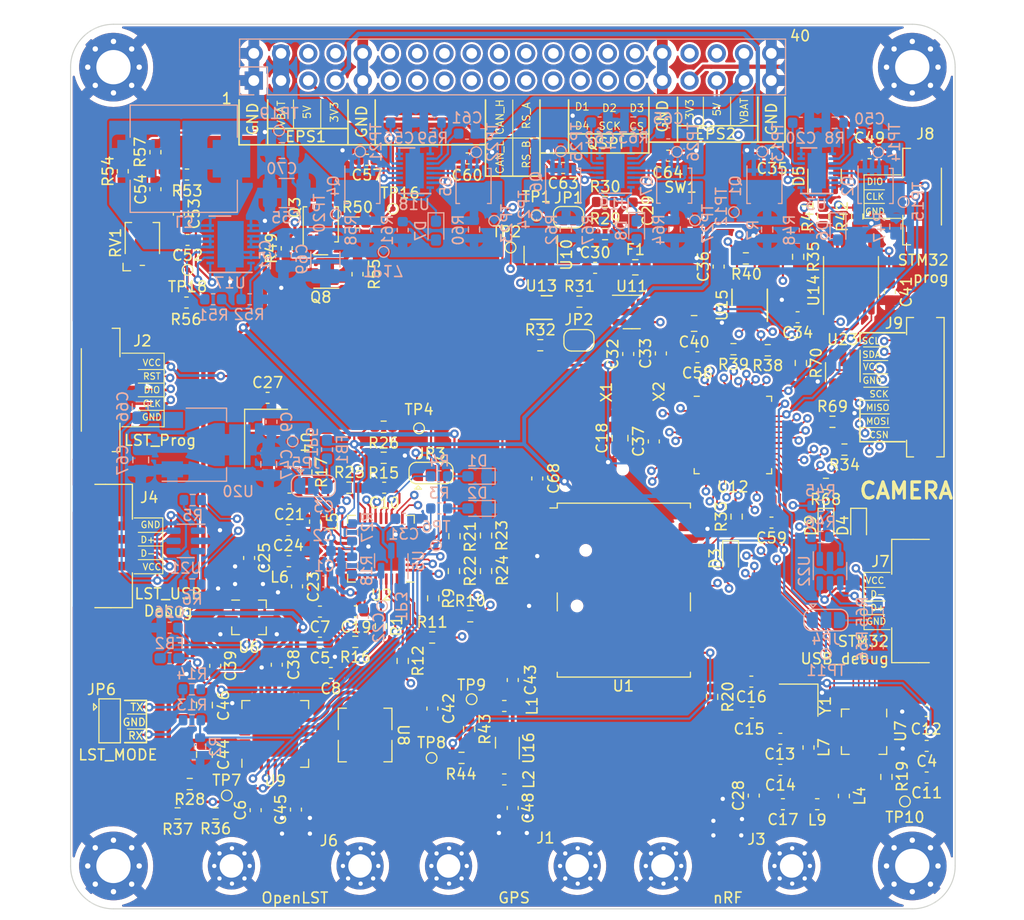
<source format=kicad_pcb>
(kicad_pcb (version 20211014) (generator pcbnew)

  (general
    (thickness 0.986)
  )

  (paper "A4")
  (layers
    (0 "F.Cu" power)
    (1 "In1.Cu" mixed)
    (2 "In2.Cu" mixed)
    (31 "B.Cu" power)
    (32 "B.Adhes" user "B.Adhesive")
    (33 "F.Adhes" user "F.Adhesive")
    (34 "B.Paste" user)
    (35 "F.Paste" user)
    (36 "B.SilkS" user "B.Silkscreen")
    (37 "F.SilkS" user "F.Silkscreen")
    (38 "B.Mask" user)
    (39 "F.Mask" user)
    (40 "Dwgs.User" user "User.Drawings")
    (41 "Cmts.User" user "User.Comments")
    (42 "Eco1.User" user "User.Eco1")
    (43 "Eco2.User" user "User.Eco2")
    (44 "Edge.Cuts" user)
    (45 "Margin" user)
    (46 "B.CrtYd" user "B.Courtyard")
    (47 "F.CrtYd" user "F.Courtyard")
    (48 "B.Fab" user)
    (49 "F.Fab" user)
    (50 "User.1" user)
    (51 "User.2" user)
    (52 "User.3" user)
    (53 "User.4" user)
    (54 "User.5" user)
    (55 "User.6" user)
    (56 "User.7" user)
    (57 "User.8" user)
    (58 "User.9" user)
  )

  (setup
    (stackup
      (layer "F.SilkS" (type "Top Silk Screen"))
      (layer "F.Paste" (type "Top Solder Paste"))
      (layer "F.Mask" (type "Top Solder Mask") (thickness 0.01))
      (layer "F.Cu" (type "copper") (thickness 0.018))
      (layer "dielectric 1" (type "core") (thickness 0.175) (material "FR4") (epsilon_r 4.5) (loss_tangent 0.02))
      (layer "In1.Cu" (type "copper") (thickness 0.035))
      (layer "dielectric 2" (type "prepreg") (thickness 0.51) (material "FR4") (epsilon_r 4.5) (loss_tangent 0.02))
      (layer "In2.Cu" (type "copper") (thickness 0.035))
      (layer "dielectric 3" (type "core") (thickness 0.175) (material "FR4") (epsilon_r 4.5) (loss_tangent 0.02))
      (layer "B.Cu" (type "copper") (thickness 0.018))
      (layer "B.Mask" (type "Bottom Solder Mask") (thickness 0.01))
      (layer "B.Paste" (type "Bottom Solder Paste"))
      (layer "B.SilkS" (type "Bottom Silk Screen"))
      (copper_finish "None")
      (dielectric_constraints no)
    )
    (pad_to_mask_clearance 0)
    (pcbplotparams
      (layerselection 0x00010fc_ffffffff)
      (disableapertmacros false)
      (usegerberextensions false)
      (usegerberattributes true)
      (usegerberadvancedattributes true)
      (creategerberjobfile true)
      (svguseinch false)
      (svgprecision 6)
      (excludeedgelayer true)
      (plotframeref false)
      (viasonmask false)
      (mode 1)
      (useauxorigin false)
      (hpglpennumber 1)
      (hpglpenspeed 20)
      (hpglpendiameter 15.000000)
      (dxfpolygonmode true)
      (dxfimperialunits true)
      (dxfusepcbnewfont true)
      (psnegative false)
      (psa4output false)
      (plotreference true)
      (plotvalue true)
      (plotinvisibletext false)
      (sketchpadsonfab false)
      (subtractmaskfromsilk false)
      (outputformat 1)
      (mirror false)
      (drillshape 1)
      (scaleselection 1)
      (outputdirectory "")
    )
  )

  (net 0 "")
  (net 1 "Net-(C1-Pad1)")
  (net 2 "GND")
  (net 3 "+3V3")
  (net 4 "/OpenLST (Beacon)/PA_VAPC")
  (net 5 "+3V8")
  (net 6 "/OpenLST (Beacon)/VDD_USB_LST")
  (net 7 "Net-(C12-Pad1)")
  (net 8 "Net-(C13-Pad2)")
  (net 9 "Net-(C15-Pad1)")
  (net 10 "Net-(C16-Pad1)")
  (net 11 "Net-(C17-Pad1)")
  (net 12 "Net-(C17-Pad2)")
  (net 13 "/MCU/MCU_POWER")
  (net 14 "Net-(C19-Pad1)")
  (net 15 "/3V3 power share/VCC_EN")
  (net 16 "Net-(C21-Pad2)")
  (net 17 "Net-(C22-Pad1)")
  (net 18 "Net-(C23-Pad2)")
  (net 19 "Net-(C24-Pad1)")
  (net 20 "Net-(C24-Pad2)")
  (net 21 "Net-(C25-Pad2)")
  (net 22 "Net-(C26-Pad1)")
  (net 23 "Net-(C29-Pad1)")
  (net 24 "/3V3 power share/EPS#1")
  (net 25 "Net-(C35-Pad2)")
  (net 26 "Net-(C38-Pad1)")
  (net 27 "Net-(C38-Pad2)")
  (net 28 "Net-(C39-Pad1)")
  (net 29 "Net-(C39-Pad2)")
  (net 30 "/MCU/VREF")
  (net 31 "Net-(C42-Pad1)")
  (net 32 "Net-(C43-Pad1)")
  (net 33 "Net-(C43-Pad2)")
  (net 34 "Net-(C45-Pad1)")
  (net 35 "Net-(C45-Pad2)")
  (net 36 "Net-(C48-Pad1)")
  (net 37 "Net-(C48-Pad2)")
  (net 38 "Net-(C49-Pad1)")
  (net 39 "/3V3 power share/EPS#2")
  (net 40 "Net-(C50-Pad1)")
  (net 41 "VIN")
  (net 42 "Net-(C52-Pad1)")
  (net 43 "Net-(C52-Pad2)")
  (net 44 "Net-(C53-Pad1)")
  (net 45 "Net-(C54-Pad1)")
  (net 46 "/Power Convertor/VBAT1/VCC_EN")
  (net 47 "/Power Convertor/EPS#1_VBAT")
  (net 48 "Net-(C57-Pad2)")
  (net 49 "Net-(C60-Pad1)")
  (net 50 "/Power Convertor/EPS#2_VBAT")
  (net 51 "Net-(C61-Pad1)")
  (net 52 "/5V power share/VCC_EN")
  (net 53 "/5V power share/EPS#1")
  (net 54 "Net-(C63-Pad2)")
  (net 55 "Net-(C64-Pad1)")
  (net 56 "/5V power share/EPS#2")
  (net 57 "Net-(C65-Pad1)")
  (net 58 "/OpenLST (Beacon)/USB_POWER_LST")
  (net 59 "Net-(D1-Pad2)")
  (net 60 "Net-(D2-Pad2)")
  (net 61 "Net-(D3-Pad1)")
  (net 62 "Net-(D4-Pad1)")
  (net 63 "/MCU/CAN_L")
  (net 64 "/MCU/CAN_H")
  (net 65 "Net-(D6-Pad1)")
  (net 66 "Net-(D6-Pad2)")
  (net 67 "Net-(D7-Pad1)")
  (net 68 "Net-(D7-Pad2)")
  (net 69 "Net-(D8-Pad1)")
  (net 70 "Net-(D8-Pad2)")
  (net 71 "Net-(D9-Pad1)")
  (net 72 "Net-(F1-Pad2)")
  (net 73 "Net-(FB1-Pad1)")
  (net 74 "/OpenLST (Beacon)/PROG_DD")
  (net 75 "/OpenLST (Beacon)/PROG_DC")
  (net 76 "/OpenLST (Beacon)/~{LST_RESET}")
  (net 77 "/MCU/USB_POWER")
  (net 78 "/MCU/SWCLK")
  (net 79 "/MCU/SWDIO")
  (net 80 "/MCU/QSPI_D1{slash}CAM_CSN")
  (net 81 "/MCU/QSPI_D2{slash}CAM_MOSI")
  (net 82 "/MCU/QSPI_D3{slash}CAM_MISO")
  (net 83 "/MCU/CAM_SCK")
  (net 84 "+5V")
  (net 85 "/I2C_SDA")
  (net 86 "/I2C_SCL")
  (net 87 "unconnected-(J12-Pad6)")
  (net 88 "unconnected-(J12-Pad8)")
  (net 89 "unconnected-(J12-Pad11)")
  (net 90 "unconnected-(J12-Pad12)")
  (net 91 "unconnected-(J12-Pad13)")
  (net 92 "unconnected-(J12-Pad14)")
  (net 93 "unconnected-(J12-Pad15)")
  (net 94 "unconnected-(J12-Pad16)")
  (net 95 "unconnected-(J12-Pad17)")
  (net 96 "unconnected-(J12-Pad18)")
  (net 97 "/MCU/RS_485_~{B}")
  (net 98 "/MCU/RS_485_A")
  (net 99 "unconnected-(J12-Pad23)")
  (net 100 "unconnected-(J12-Pad24)")
  (net 101 "/MCU/QSPI_D0")
  (net 102 "/MCU/QSPI_SCK")
  (net 103 "/MCU/QSPI_NCS")
  (net 104 "unconnected-(J12-Pad34)")
  (net 105 "unconnected-(J12-Pad36)")
  (net 106 "Net-(JP1-Pad1)")
  (net 107 "/MCU/NRST")
  (net 108 "Net-(JP2-Pad1)")
  (net 109 "Net-(JP2-Pad2)")
  (net 110 "/OpenLST (Beacon)/RF_EN")
  (net 111 "/OpenLST (Beacon)/RF_EN_MCU")
  (net 112 "/OpenLST (Beacon)/RF_PWR_EN")
  (net 113 "Net-(JP4-Pad3)")
  (net 114 "/MCU/VDD_USB")
  (net 115 "Net-(L3-Pad1)")
  (net 116 "Net-(L3-Pad2)")
  (net 117 "Net-(L4-Pad1)")
  (net 118 "Net-(L4-Pad2)")
  (net 119 "Net-(Q1-Pad5)")
  (net 120 "Net-(Q1-Pad4)")
  (net 121 "Net-(Q2-Pad4)")
  (net 122 "Net-(Q2-Pad5)")
  (net 123 "Net-(Q3-Pad4)")
  (net 124 "Net-(Q3-Pad5)")
  (net 125 "Net-(Q4-Pad5)")
  (net 126 "Net-(Q4-Pad4)")
  (net 127 "Net-(Q5-Pad4)")
  (net 128 "Net-(Q5-Pad5)")
  (net 129 "Net-(Q6-Pad5)")
  (net 130 "Net-(Q6-Pad4)")
  (net 131 "Net-(Q7-Pad4)")
  (net 132 "Net-(Q7-Pad5)")
  (net 133 "/OpenLST (Beacon)/~{LST_RX_MODE}")
  (net 134 "/OpenLST (Beacon)/LST_TX_MODE")
  (net 135 "Net-(R3-Pad2)")
  (net 136 "Net-(R4-Pad2)")
  (net 137 "Net-(R5-Pad1)")
  (net 138 "/OpenLST (Beacon)/USB_N")
  (net 139 "/OpenLST (Beacon)/USB_P")
  (net 140 "Net-(R6-Pad2)")
  (net 141 "Net-(R8-Pad2)")
  (net 142 "Net-(R9-Pad1)")
  (net 143 "/OpenLST (Beacon)/UART0_CTS")
  (net 144 "Net-(R10-Pad1)")
  (net 145 "/OpenLST (Beacon)/UART0_RTS")
  (net 146 "Net-(R11-Pad1)")
  (net 147 "/OpenLST (Beacon)/UART0_RX")
  (net 148 "Net-(R12-Pad1)")
  (net 149 "/OpenLST (Beacon)/UART0_TX")
  (net 150 "Net-(R15-Pad2)")
  (net 151 "Net-(R16-Pad2)")
  (net 152 "Net-(R17-Pad1)")
  (net 153 "Net-(R17-Pad2)")
  (net 154 "Net-(R19-Pad2)")
  (net 155 "/OpenLST (Beacon)/AN0")
  (net 156 "/OpenLST (Beacon)/AN1")
  (net 157 "Net-(R25-Pad2)")
  (net 158 "/OpenLST (Beacon)/RF_BYP")
  (net 159 "Net-(R32-Pad1)")
  (net 160 "/MCU/LED2")
  (net 161 "/MCU/CAN_RS")
  (net 162 "/MCU/RS_485_R_EN")
  (net 163 "/MCU/RS_485_T_EN")
  (net 164 "Net-(R43-Pad2)")
  (net 165 "Net-(R44-Pad1)")
  (net 166 "Net-(R44-Pad2)")
  (net 167 "Net-(R45-Pad1)")
  (net 168 "/MCU/USB_N")
  (net 169 "/MCU/USB_P")
  (net 170 "Net-(R46-Pad2)")
  (net 171 "Net-(R51-Pad2)")
  (net 172 "Net-(R52-Pad1)")
  (net 173 "Net-(R54-Pad2)")
  (net 174 "Net-(R59-Pad2)")
  (net 175 "Net-(R63-Pad2)")
  (net 176 "unconnected-(U1-Pad1)")
  (net 177 "unconnected-(U1-Pad3)")
  (net 178 "/GPS Module/IRQ")
  (net 179 "unconnected-(U1-Pad5)")
  (net 180 "unconnected-(U1-Pad6)")
  (net 181 "/GPS Module/RESET")
  (net 182 "unconnected-(U1-Pad15)")
  (net 183 "unconnected-(U1-Pad16)")
  (net 184 "unconnected-(U1-Pad17)")
  (net 185 "/GPS Module/TXD")
  (net 186 "/GPS Module/RXD")
  (net 187 "unconnected-(U2-Pad8)")
  (net 188 "unconnected-(U2-Pad18)")
  (net 189 "unconnected-(U2-Pad20)")
  (net 190 "/MCU/NRF_CE")
  (net 191 "/MCU/NRF_SPI_CSN")
  (net 192 "/MCU/NRF_SPI_SCK")
  (net 193 "/MCU/NRF_SPI_MOSI")
  (net 194 "/MCU/NRF_SPI_MISO")
  (net 195 "/MCU/NRF_IRQ")
  (net 196 "Net-(U8-Pad2)")
  (net 197 "Net-(U8-Pad6)")
  (net 198 "unconnected-(U9-Pad14)")
  (net 199 "unconnected-(U9-Pad16)")
  (net 200 "unconnected-(U9-Pad25)")
  (net 201 "unconnected-(U10-Pad3)")
  (net 202 "/MCU/WDG_RESET")
  (net 203 "unconnected-(U11-Pad3)")
  (net 204 "unconnected-(U12-Pad1)")
  (net 205 "/MCU/LSE")
  (net 206 "/MCU/HSE")
  (net 207 "/MCU/CAN_RX")
  (net 208 "/MCU/CAN_TX")
  (net 209 "unconnected-(U13-Pad3)")
  (net 210 "/MCU/RS_485_R")
  (net 211 "/MCU/RS_485_T")
  (net 212 "unconnected-(U15-Pad7)")
  (net 213 "Net-(JP6-Pad3)")
  (net 214 "/camera/CAM_VCC")
  (net 215 "Net-(R70-Pad1)")
  (net 216 "Net-(J4-Pad2)")
  (net 217 "Net-(J4-Pad3)")
  (net 218 "Net-(J7-Pad2)")
  (net 219 "Net-(J7-Pad3)")
  (net 220 "Net-(JP6-Pad1)")
  (net 221 "unconnected-(X1-Pad1)")

  (footprint "Capacitor_SMD:C_0805_2012Metric_Pad1.18x1.45mm_HandSolder" (layer "F.Cu") (at 143.1544 71.9044))

  (footprint "TCY_Buttons:KMT031NGJLHS" (layer "F.Cu") (at 141.8844 61.5881))

  (footprint "Resistor_SMD:R_0603_1608Metric" (layer "F.Cu") (at 98.5276 117.602))

  (footprint "Resistor_SMD:R_0603_1608Metric" (layer "F.Cu") (at 158.369 61.9252 -90))

  (footprint "Package_DFN_QFN:QFN-20-1EP_4x4mm_P0.5mm_EP2.5x2.5mm" (layer "F.Cu") (at 159.004 109.982 -90))

  (footprint "MountingHole:MountingHole_3.2mm_M3_Pad_Via" (layer "F.Cu") (at 163.5 122.5))

  (footprint "Resistor_SMD:R_0603_1608Metric" (layer "F.Cu") (at 120.8024 91.7448 90))

  (footprint "Capacitor_SMD:C_0603_1608Metric" (layer "F.Cu") (at 98.4905 103.8352 -90))

  (footprint "Resistor_SMD:R_0603_1608Metric" (layer "F.Cu") (at 147.9804 65.8368 180))

  (footprint "Inductor_SMD:L_0603_1608Metric" (layer "F.Cu") (at 107.797059 90.391207 -90))

  (footprint "Resistor_SMD:R_0603_1608Metric" (layer "F.Cu") (at 121.4628 112.4204))

  (footprint "MountingHole:MountingHole_3.2mm_M3_Pad_Via" (layer "F.Cu") (at 89 48))

  (footprint "Capacitor_SMD:C_0603_1608Metric" (layer "F.Cu") (at 105.41 88.2396))

  (footprint "TCY_Connector:Amphenol 10114830-11104LF 1x04 Vertical" (layer "F.Cu") (at 88.265 92.6592 -90))

  (footprint "Capacitor_SMD:C_0603_1608Metric" (layer "F.Cu") (at 128.524 86.36 90))

  (footprint "Capacitor_SMD:C_0603_1608Metric" (layer "F.Cu") (at 152.8064 71.3232 180))

  (footprint "Resistor_SMD:R_0603_1608Metric" (layer "F.Cu") (at 153.1112 75.5904 -90))

  (footprint "Capacitor_SMD:C_0603_1608Metric" (layer "F.Cu") (at 114.2492 87.2236 180))

  (footprint "Inductor_SMD:L_0603_1608Metric" (layer "F.Cu") (at 125.45 114.427 180))

  (footprint "RF_GPS:ublox_NEO" (layer "F.Cu") (at 136.6012 96.774))

  (footprint "Package_TO_SOT_SMD:SOT-23-6_Handsoldering" (layer "F.Cu") (at 157.0228 76.454 -90))

  (footprint "Capacitor_SMD:C_0603_1608Metric" (layer "F.Cu") (at 108.2548 98.7792 180))

  (footprint "Inductor_SMD:L_0603_1608Metric" (layer "F.Cu") (at 105.156 64.897 90))

  (footprint "Resistor_SMD:R_0603_1608Metric" (layer "F.Cu") (at 161.0868 114.1984 90))

  (footprint "Jumper:SolderJumper-2_P1.3mm_Open_RoundedPad1.0x1.5mm" (layer "F.Cu") (at 132.4108 73.4753 180))

  (footprint "Capacitor_SMD:C_0603_1608Metric" (layer "F.Cu") (at 118.745 107.823 -90))

  (footprint "Jumper:SolderJumper-2_P1.3mm_Open_RoundedPad1.0x1.5mm" (layer "F.Cu") (at 131.4456 61.9945))

  (footprint "Inductor_SMD:L_0603_1608Metric" (layer "F.Cu") (at 95.8596 58.0136))

  (footprint "Capacitor_SMD:C_0603_1608Metric" (layer "F.Cu") (at 133.9218 66.7189))

  (footprint "Capacitor_SMD:C_0603_1608Metric" (layer "F.Cu") (at 126.24 105.156 -90))

  (footprint "Capacitor_SMD:C_0603_1608Metric" (layer "F.Cu") (at 151.1938 113.538))

  (footprint "MountingHole:MountingHole_3.2mm_M3_Pad_Via" (layer "F.Cu") (at 163.5 48))

  (footprint "Resistor_SMD:R_0603_1608Metric" (layer "F.Cu") (at 111.5568 101.6 180))

  (footprint "Resistor_SMD:R_0603_1608Metric" (layer "F.Cu") (at 118.8212 97.536 -90))

  (footprint "Resistor_SMD:R_0603_1608Metric" (layer "F.Cu") (at 134.8492 60.5721))

  (footprint "Resistor_SMD:R_0603_1608Metric" (layer "F.Cu") (at 157.1752 83.6676 180))

  (footprint "Capacitor_SMD:C_0603_1608Metric" (layer "F.Cu") (at 122.0216 56.515))

  (footprint "TCY_Connector:TestPoint_Pad_D0.5mm" (layer "F.Cu") (at 122.4026 106.947))

  (footprint "Resistor_SMD:R_0603_1608Metric" (layer "F.Cu") (at 123.7488 94.996 90))

  (footprint "Resistor_SMD:R_0603_1608Metric" (layer "F.Cu") (at 115.9764 103.378 -90))

  (footprint "Capacitor_SMD:C_0603_1608Metric" (layer "F.Cu") (at 139.3952 82.9056 90))

  (footprint "Resistor_SMD:R_0603_1608Metric" (layer "F.Cu") (at 110.998 87.2236))

  (footprint "Resistor_SMD:R_0603_1608Metric" (layer "F.Cu") (at 113.9444 100.1268 90))

  (footprint "footprints:iPEX" (layer "F.Cu") (at 146.25 122.5 180))

  (footprint "Capacitor_SMD:C_0603_1608Metric" (layer "F.Cu") (at 148.717 115.938 90))

  (footprint "Capacitor_SMD:C_0603_1608Metric" (layer "F.Cu") (at 164.846 114.2492 180))

  (footprint "Capacitor_SMD:C_0603_1608Metric" (layer "F.Cu") (at 112.649 56.642))

  (footprint "Inductor_SMD:L_0603_1608Metric" (layer "F.Cu") (at 153.8224 111.4552 -90))

  (footprint "Capacitor_SMD:C_0603_1608Metric" (layer "F.Cu") (at 137.414 61.3849 -90))

  (footprint "Capacitor_SMD:C_0603_1608Metric" (layer "F.Cu") (at 159.517223 56.0263))

  (footprint "Resistor_SMD:R_0603_1608Metric" (layer "F.Cu") (at 144.8308 106.7308 90))

  (footprint "Resistor_SMD:R_0603_1608Metric" (layer "F.Cu") (at 120.7516 94.996 90))

  (footprint "footprints:iPEX" (layer "F.Cu") (at 106 122.5 180))

  (footprint "Capacitor_SMD:C_0603_1608Metric" (layer "F.Cu") (at 105.3084 91.186 180))

  (footprint "TCY_Connector:TestPoint_Pad_D0.5mm" (layer "F.Cu") (at 117.5004 81.6864))

  (footprint "Package_DFN_QFN:DFN-10-1EP_3x3mm_P0.5mm_EP1.55x2.48mm" (layer "F.Cu")
    (tedit 5EA4BECA) (tstamp 64263d5c-9427-4c92-a73a-afe8e63e20fb)
    (at 148.336 70.2056 90)
    (descr "10-Lead Plastic Dual Flat, No Lead Package (MF) - 3x3x0.9 mm Body [DFN] (see Microchip Packaging Specification 00000049BS.pdf)")
    (tags "DFN 0.5")
    (property "Sheetfile" "mcu_comm.kicad_sch")
    (property "Sheetname" "MCU")
    (path "/81a5172c-b171-400d-8856-41d6e486bdd1/a66e8b44-b972-4f7b-ba80-f64e58de1944")
    (attr smd)
    (fp_text reference "U15" (at 0 -2.575 90) (layer "F.SilkS")
      (effects (font (size 1 1) (thickness 0.15)))
      (tstamp af58d6aa-33e4-4da2-8ea3-2304125e31c0)
    )
    (fp_text value "MAX13430ETB+" (at 0 2.575 90) (layer "F.Fab")
      (effects (font (size 1 1) (thickness 0.15)))
      (tstamp 94937ca0-c1d9-424d-88cf-010fb503f8a5)
    )
    (fp_text user "${REFERENCE}" (at 0 0 90) (layer "F.Fab")
      (effects (font (size 0.7 0.7) (thickness 0.105)))
      (tstamp 67a55320-79e2-4952-9d6a-671cbdcfc9f7)
    )
    (fp_line (start -1.5 1.65) (end 1.5 1.65) (layer "F.SilkS") (width 0.15) (tstamp 47b3834c-8a87-4af3-9143-c88b9cd89304))
    (fp_line (start 0 -1.65) (end 1.5 -1.65) (layer "F.SilkS") (width 0.15) (tstamp adc74667-5dec-4b95-9d35-ffc7db9ad260))
    (fp_line (start -2.15 -1.85) (end -2.15 1.85) (layer "F.CrtYd") (width 0.05) (tstamp 20c401b1-c1bb-42cd-8ef2-fd89663a6cf3))
    (fp_line (start -2.15 1.85) (end 2.15 1.85) (layer "F.CrtYd") (width 0.05) (tstamp a7098063-91db-4dae-8c97-631051e8de0e))
    (fp_line (start 2.15 -1.85) (end 2.15 1.85) (layer "F.CrtYd") (width 0.05) (tstamp d1594cc0-0357-4de5-8d76-bb3a044297b2))
    (fp_line (start -2.15 -1.85) (end 2.15 -1.85) (layer "F.CrtYd") (width 0.05) (tstamp d500cfb3-be5f-4c90-8432-d0e5e29eda2a))
    (fp_line (start -1.5 -0.5) (end -0.5 -1.5) (layer "F.Fab") (width 0.15) (tstamp 4013842c-f594-4f18-a07a-785be971cdaf))
    (fp_line (start -1.5 1.5) (end -1.5 -0.5) (layer "F.Fab") (width 0.15) (tstamp 68cc97a1-6c76-411f-a28b-36162918d55d))
    (fp_line (start 1.5 1.5) (end -1.5 1.5) (layer "F.Fab") (width 0.15) (tstamp 6a2b63d3-b52c-4af8-b72e-63fe811d3d24))
    (fp_line (start 1.5 -1.5) (end 1.5 1.5) (layer "F.Fab") (width 0.15) (tstamp b6b0b082-3ad5-486d-9247-7e4db31838ef))
    (fp_line (start -0.5 -1.5) (end 1.5 -1.5) (layer "F.Fab") (width 0.15) (tstamp c40a33aa-f777-4109-9efd-12123c039897))
    (pad "" smd rect locked (at 0.3875 0.62 90) (size 0.6 1.05) (layers "F.Paste") (tstamp 13432df8-5be2-422d-b431-13bedccbff4d))
    (pad "" smd rect locked (at -0.3875 -0.62 90) (size 0.6 1.05) (layers "F.Paste") (tstamp 4be9d67c-a6f3-435e-8133-0f53bd74a878))
    (pad "" smd rect locked (at -0.3875 0.62 90) (size 0.6 1.05) (layers "F.Paste") (tstamp 5d69c2f3-acbd-4c54-bda2-b7785c2010cf))
    (pad "" smd rect locked (at 0.3875
... [3710106 chars truncated]
</source>
